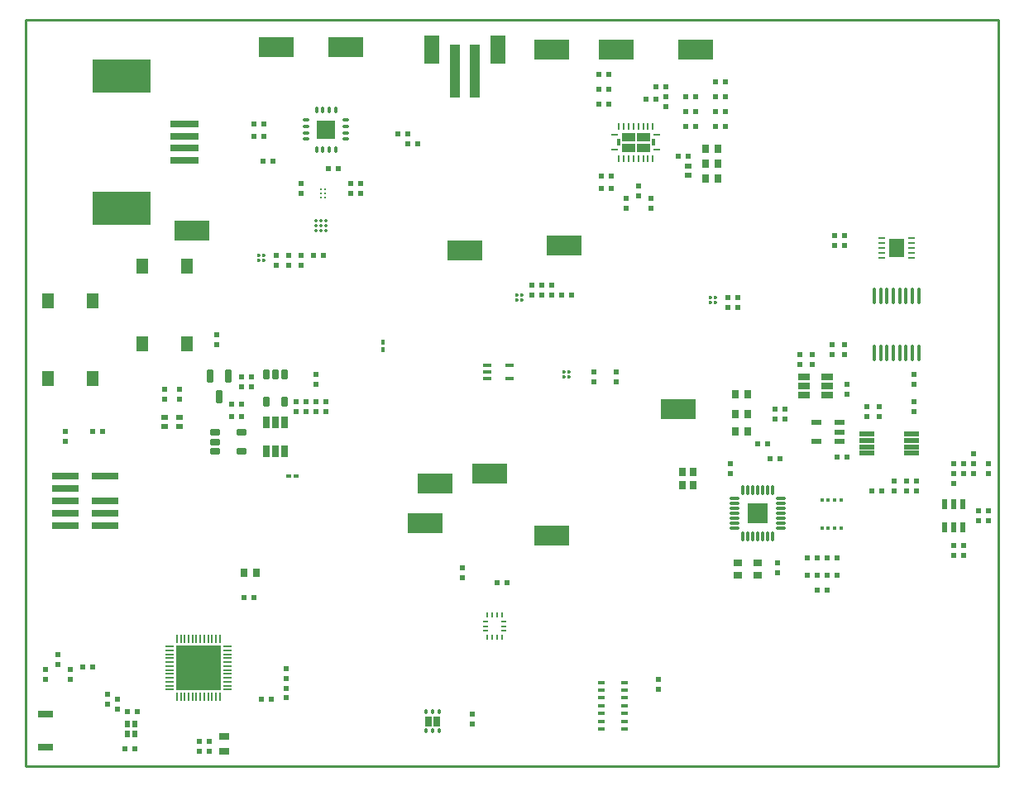
<source format=gtp>
G04*
G04 #@! TF.GenerationSoftware,Altium Limited,Altium Designer,20.1.14 (287)*
G04*
G04 Layer_Color=8421504*
%FSLAX25Y25*%
%MOIN*%
G70*
G04*
G04 #@! TF.SameCoordinates,DFD3654D-5228-4AA8-B9DD-6FAD7AD09D05*
G04*
G04*
G04 #@! TF.FilePolarity,Positive*
G04*
G01*
G75*
%ADD13C,0.01000*%
%ADD21R,0.02756X0.00984*%
%ADD22R,0.01169X0.03071*%
%ADD23R,0.05228X0.03610*%
%ADD24R,0.07480X0.07480*%
%ADD25R,0.02362X0.02362*%
%ADD26C,0.01417*%
%ADD27R,0.05906X0.07480*%
%ADD28O,0.01378X0.07284*%
%ADD29R,0.02362X0.02362*%
%ADD30R,0.02362X0.01968*%
G04:AMPARAMS|DCode=31|XSize=23.62mil|YSize=39.37mil|CornerRadius=2.01mil|HoleSize=0mil|Usage=FLASHONLY|Rotation=0.000|XOffset=0mil|YOffset=0mil|HoleType=Round|Shape=RoundedRectangle|*
%AMROUNDEDRECTD31*
21,1,0.02362,0.03535,0,0,0.0*
21,1,0.01961,0.03937,0,0,0.0*
1,1,0.00402,0.00980,-0.01768*
1,1,0.00402,-0.00980,-0.01768*
1,1,0.00402,-0.00980,0.01768*
1,1,0.00402,0.00980,0.01768*
%
%ADD31ROUNDEDRECTD31*%
G04:AMPARAMS|DCode=32|XSize=25.59mil|YSize=47.24mil|CornerRadius=1.92mil|HoleSize=0mil|Usage=FLASHONLY|Rotation=180.000|XOffset=0mil|YOffset=0mil|HoleType=Round|Shape=RoundedRectangle|*
%AMROUNDEDRECTD32*
21,1,0.02559,0.04341,0,0,180.0*
21,1,0.02175,0.04724,0,0,180.0*
1,1,0.00384,-0.01088,0.02170*
1,1,0.00384,0.01088,0.02170*
1,1,0.00384,0.01088,-0.02170*
1,1,0.00384,-0.01088,-0.02170*
%
%ADD32ROUNDEDRECTD32*%
%ADD33R,0.05118X0.06102*%
G04:AMPARAMS|DCode=34|XSize=23.62mil|YSize=39.37mil|CornerRadius=2.01mil|HoleSize=0mil|Usage=FLASHONLY|Rotation=90.000|XOffset=0mil|YOffset=0mil|HoleType=Round|Shape=RoundedRectangle|*
%AMROUNDEDRECTD34*
21,1,0.02362,0.03535,0,0,90.0*
21,1,0.01961,0.03937,0,0,90.0*
1,1,0.00402,0.01768,0.00980*
1,1,0.00402,0.01768,-0.00980*
1,1,0.00402,-0.01768,-0.00980*
1,1,0.00402,-0.01768,0.00980*
%
%ADD34ROUNDEDRECTD34*%
%ADD35R,0.04331X0.02362*%
%ADD36R,0.02362X0.04331*%
G04:AMPARAMS|DCode=37|XSize=51.18mil|YSize=23.62mil|CornerRadius=2.01mil|HoleSize=0mil|Usage=FLASHONLY|Rotation=270.000|XOffset=0mil|YOffset=0mil|HoleType=Round|Shape=RoundedRectangle|*
%AMROUNDEDRECTD37*
21,1,0.05118,0.01961,0,0,270.0*
21,1,0.04717,0.02362,0,0,270.0*
1,1,0.00402,-0.00980,-0.02358*
1,1,0.00402,-0.00980,0.02358*
1,1,0.00402,0.00980,0.02358*
1,1,0.00402,0.00980,-0.02358*
%
%ADD37ROUNDEDRECTD37*%
G04:AMPARAMS|DCode=38|XSize=17.72mil|YSize=61.02mil|CornerRadius=1.95mil|HoleSize=0mil|Usage=FLASHONLY|Rotation=270.000|XOffset=0mil|YOffset=0mil|HoleType=Round|Shape=RoundedRectangle|*
%AMROUNDEDRECTD38*
21,1,0.01772,0.05713,0,0,270.0*
21,1,0.01382,0.06102,0,0,270.0*
1,1,0.00390,-0.02856,-0.00691*
1,1,0.00390,-0.02856,0.00691*
1,1,0.00390,0.02856,0.00691*
1,1,0.00390,0.02856,-0.00691*
%
%ADD38ROUNDEDRECTD38*%
%ADD39R,0.05118X0.02756*%
%ADD40R,0.01968X0.02362*%
%ADD41R,0.14370X0.08071*%
%ADD42R,0.23779X0.13386*%
%ADD43R,0.11811X0.02756*%
%ADD44R,0.03150X0.03543*%
%ADD45R,0.01181X0.01772*%
%ADD46R,0.10984X0.02913*%
G04:AMPARAMS|DCode=47|XSize=9.45mil|YSize=23.62mil|CornerRadius=1.98mil|HoleSize=0mil|Usage=FLASHONLY|Rotation=0.000|XOffset=0mil|YOffset=0mil|HoleType=Round|Shape=RoundedRectangle|*
%AMROUNDEDRECTD47*
21,1,0.00945,0.01965,0,0,0.0*
21,1,0.00548,0.02362,0,0,0.0*
1,1,0.00397,0.00274,-0.00983*
1,1,0.00397,-0.00274,-0.00983*
1,1,0.00397,-0.00274,0.00983*
1,1,0.00397,0.00274,0.00983*
%
%ADD47ROUNDEDRECTD47*%
G04:AMPARAMS|DCode=48|XSize=9.45mil|YSize=23.62mil|CornerRadius=1.98mil|HoleSize=0mil|Usage=FLASHONLY|Rotation=270.000|XOffset=0mil|YOffset=0mil|HoleType=Round|Shape=RoundedRectangle|*
%AMROUNDEDRECTD48*
21,1,0.00945,0.01965,0,0,270.0*
21,1,0.00548,0.02362,0,0,270.0*
1,1,0.00397,-0.00983,-0.00274*
1,1,0.00397,-0.00983,0.00274*
1,1,0.00397,0.00983,0.00274*
1,1,0.00397,0.00983,-0.00274*
%
%ADD48ROUNDEDRECTD48*%
G04:AMPARAMS|DCode=49|XSize=17.72mil|YSize=11.81mil|CornerRadius=1.95mil|HoleSize=0mil|Usage=FLASHONLY|Rotation=90.000|XOffset=0mil|YOffset=0mil|HoleType=Round|Shape=RoundedRectangle|*
%AMROUNDEDRECTD49*
21,1,0.01772,0.00791,0,0,90.0*
21,1,0.01382,0.01181,0,0,90.0*
1,1,0.00390,0.00396,0.00691*
1,1,0.00390,0.00396,-0.00691*
1,1,0.00390,-0.00396,-0.00691*
1,1,0.00390,-0.00396,0.00691*
%
%ADD49ROUNDEDRECTD49*%
%ADD50O,0.03740X0.00787*%
%ADD51O,0.00787X0.03740*%
%ADD52R,0.18110X0.18110*%
%ADD53O,0.02953X0.01181*%
%ADD54O,0.01181X0.02953*%
%ADD55R,0.05906X0.02913*%
%ADD56R,0.03937X0.21654*%
%ADD57R,0.06299X0.11811*%
%ADD58R,0.02756X0.01968*%
%ADD59R,0.02953X0.03347*%
%ADD60R,0.02953X0.01378*%
G04:AMPARAMS|DCode=61|XSize=15.75mil|YSize=33.47mil|CornerRadius=1.97mil|HoleSize=0mil|Usage=FLASHONLY|Rotation=90.000|XOffset=0mil|YOffset=0mil|HoleType=Round|Shape=RoundedRectangle|*
%AMROUNDEDRECTD61*
21,1,0.01575,0.02953,0,0,90.0*
21,1,0.01181,0.03347,0,0,90.0*
1,1,0.00394,0.01476,0.00591*
1,1,0.00394,0.01476,-0.00591*
1,1,0.00394,-0.01476,-0.00591*
1,1,0.00394,-0.01476,0.00591*
%
%ADD61ROUNDEDRECTD61*%
G04:AMPARAMS|DCode=62|XSize=38.98mil|YSize=10.63mil|CornerRadius=1.33mil|HoleSize=0mil|Usage=FLASHONLY|Rotation=270.000|XOffset=0mil|YOffset=0mil|HoleType=Round|Shape=RoundedRectangle|*
%AMROUNDEDRECTD62*
21,1,0.03898,0.00797,0,0,270.0*
21,1,0.03632,0.01063,0,0,270.0*
1,1,0.00266,-0.00399,-0.01816*
1,1,0.00266,-0.00399,0.01816*
1,1,0.00266,0.00399,0.01816*
1,1,0.00266,0.00399,-0.01816*
%
%ADD62ROUNDEDRECTD62*%
G04:AMPARAMS|DCode=63|XSize=38.98mil|YSize=10.63mil|CornerRadius=1.33mil|HoleSize=0mil|Usage=FLASHONLY|Rotation=180.000|XOffset=0mil|YOffset=0mil|HoleType=Round|Shape=RoundedRectangle|*
%AMROUNDEDRECTD63*
21,1,0.03898,0.00797,0,0,180.0*
21,1,0.03632,0.01063,0,0,180.0*
1,1,0.00266,-0.01816,0.00399*
1,1,0.00266,0.01816,0.00399*
1,1,0.00266,0.01816,-0.00399*
1,1,0.00266,-0.01816,-0.00399*
%
%ADD63ROUNDEDRECTD63*%
%ADD64R,0.03347X0.02953*%
%ADD65C,0.00906*%
%ADD66R,0.01772X0.01968*%
%ADD67R,0.01968X0.01772*%
%ADD68C,0.01358*%
%ADD69R,0.04000X0.02500*%
%ADD70R,0.02362X0.02756*%
%ADD71R,0.00984X0.01870*%
%ADD72R,0.01870X0.00984*%
G36*
X160850Y19772D02*
Y19811D01*
X160880Y19883D01*
X160936Y19939D01*
X161008Y19969D01*
X161047D01*
D01*
X163409D01*
X163449D01*
X163521Y19939D01*
X163576Y19883D01*
X163606Y19811D01*
Y19772D01*
D01*
Y16228D01*
Y16189D01*
X163576Y16117D01*
X163521Y16061D01*
X163449Y16032D01*
X163409D01*
D01*
X161047D01*
X161008D01*
X160936Y16061D01*
X160880Y16117D01*
X160850Y16189D01*
Y16228D01*
D01*
Y19772D01*
D02*
G37*
G36*
X164591Y16032D02*
X164551D01*
X164479Y16061D01*
X164424Y16117D01*
X164394Y16189D01*
Y16228D01*
D01*
Y19772D01*
Y19811D01*
X164424Y19883D01*
X164479Y19939D01*
X164551Y19969D01*
X164591D01*
D01*
X166953D01*
X166992D01*
X167064Y19939D01*
X167120Y19883D01*
X167150Y19811D01*
Y19772D01*
D01*
Y16228D01*
Y16189D01*
X167120Y16117D01*
X167064Y16061D01*
X166992Y16032D01*
X166953D01*
D01*
X164591D01*
D02*
G37*
G36*
X290945Y106055D02*
X299055D01*
Y97945D01*
X290945D01*
Y106055D01*
D02*
G37*
D13*
X0Y0D02*
X392000D01*
Y301000D01*
X0D02*
X392000D01*
X0Y0D02*
Y301000D01*
D21*
X344898Y212937D02*
D03*
Y210968D02*
D03*
Y209000D02*
D03*
Y207031D02*
D03*
Y205063D02*
D03*
X357102Y212937D02*
D03*
Y210968D02*
D03*
Y209000D02*
D03*
Y207031D02*
D03*
Y205063D02*
D03*
D22*
X252883Y251504D02*
D03*
X238895D02*
D03*
D23*
X242881Y253702D02*
D03*
Y249305D02*
D03*
X248897D02*
D03*
Y253702D02*
D03*
D24*
X121029Y256720D02*
D03*
D25*
X382000Y122000D02*
D03*
Y125937D02*
D03*
X326000Y213937D02*
D03*
Y210000D02*
D03*
X330000Y213937D02*
D03*
Y210000D02*
D03*
X77000Y173937D02*
D03*
Y170000D02*
D03*
X117000Y143000D02*
D03*
Y146937D02*
D03*
X121000Y146968D02*
D03*
Y143032D02*
D03*
X330000Y166000D02*
D03*
Y169937D02*
D03*
X325000Y166000D02*
D03*
Y169937D02*
D03*
X331000Y150031D02*
D03*
Y153969D02*
D03*
X344000Y141000D02*
D03*
Y144937D02*
D03*
X339000Y141000D02*
D03*
Y144937D02*
D03*
X312000Y166000D02*
D03*
Y162063D02*
D03*
X317000Y166000D02*
D03*
Y162063D02*
D03*
X374000Y117968D02*
D03*
Y114032D02*
D03*
X204000Y193968D02*
D03*
Y190032D02*
D03*
X208000Y193968D02*
D03*
Y190032D02*
D03*
X212000D02*
D03*
Y193968D02*
D03*
X111000Y202063D02*
D03*
Y206000D02*
D03*
X106000D02*
D03*
Y202063D02*
D03*
X101000Y206000D02*
D03*
Y202063D02*
D03*
X284000Y118000D02*
D03*
Y121937D02*
D03*
X247000Y233937D02*
D03*
Y230000D02*
D03*
X242000Y228969D02*
D03*
Y225031D02*
D03*
X252000Y228937D02*
D03*
Y225000D02*
D03*
X287000Y188969D02*
D03*
Y185031D02*
D03*
X283000D02*
D03*
Y188969D02*
D03*
X109000Y143095D02*
D03*
Y147031D02*
D03*
X113000Y147000D02*
D03*
Y143063D02*
D03*
X238000Y159000D02*
D03*
Y155063D02*
D03*
X229000D02*
D03*
Y159000D02*
D03*
X303000Y78063D02*
D03*
Y82000D02*
D03*
X16000Y134937D02*
D03*
Y131000D02*
D03*
X33000Y25000D02*
D03*
Y28937D02*
D03*
X70000Y10000D02*
D03*
Y6063D02*
D03*
X74000D02*
D03*
Y10000D02*
D03*
X105000Y35386D02*
D03*
Y39323D02*
D03*
Y31386D02*
D03*
Y27449D02*
D03*
X37000Y23031D02*
D03*
Y26969D02*
D03*
X8000Y35032D02*
D03*
Y38969D02*
D03*
X13000Y41000D02*
D03*
Y44937D02*
D03*
X18000Y35032D02*
D03*
Y38969D02*
D03*
D26*
X198031Y190000D02*
D03*
X200000D02*
D03*
X198031Y188031D02*
D03*
X200000D02*
D03*
X94016Y205984D02*
D03*
X95984D02*
D03*
X94016Y204016D02*
D03*
X95984D02*
D03*
X276016Y188984D02*
D03*
X277984D02*
D03*
X276016Y187016D02*
D03*
X277984D02*
D03*
X217000Y158968D02*
D03*
X218969D02*
D03*
X217000Y157000D02*
D03*
X218969D02*
D03*
D27*
X351000Y209000D02*
D03*
D28*
X342043Y166484D02*
D03*
X344602D02*
D03*
X347161D02*
D03*
X349721D02*
D03*
X352279D02*
D03*
X354839D02*
D03*
X357398D02*
D03*
X359957D02*
D03*
X342043Y189516D02*
D03*
X344602D02*
D03*
X347161D02*
D03*
X349721D02*
D03*
X352279D02*
D03*
X354839D02*
D03*
X357398D02*
D03*
X359957D02*
D03*
D29*
X377969Y85000D02*
D03*
X374031D02*
D03*
X377937Y89000D02*
D03*
X374000D02*
D03*
X87000Y153000D02*
D03*
X90937D02*
D03*
Y157000D02*
D03*
X87000D02*
D03*
Y146000D02*
D03*
X83063D02*
D03*
X83031Y141000D02*
D03*
X86968D02*
D03*
X359000Y111000D02*
D03*
X355063D02*
D03*
X378000Y122000D02*
D03*
X374063D02*
D03*
X219969Y190000D02*
D03*
X216032D02*
D03*
X116000Y206000D02*
D03*
X119937D02*
D03*
X282063Y264000D02*
D03*
X278126D02*
D03*
X282063Y258000D02*
D03*
X278126D02*
D03*
X282063Y270000D02*
D03*
X278126D02*
D03*
X282063Y276000D02*
D03*
X278126D02*
D03*
X266126Y258000D02*
D03*
X270063D02*
D03*
X266094Y264000D02*
D03*
X270031D02*
D03*
X266063Y270000D02*
D03*
X270000D02*
D03*
X88000Y68000D02*
D03*
X91937D02*
D03*
X236000Y233000D02*
D03*
X232063D02*
D03*
X236000Y238000D02*
D03*
X232063D02*
D03*
X235000Y279000D02*
D03*
X231063D02*
D03*
X235000Y273000D02*
D03*
X231063D02*
D03*
X234937Y267000D02*
D03*
X231000D02*
D03*
X323000Y84000D02*
D03*
X326937D02*
D03*
X315032D02*
D03*
X318969D02*
D03*
X300031Y124000D02*
D03*
X303969D02*
D03*
X295000Y130000D02*
D03*
X298937D02*
D03*
X319000Y71000D02*
D03*
X322937D02*
D03*
X99761Y244060D02*
D03*
X95824D02*
D03*
X98937Y27000D02*
D03*
X95000D02*
D03*
X44937Y21937D02*
D03*
X41000D02*
D03*
X40063Y6937D02*
D03*
X44000D02*
D03*
X23000Y40000D02*
D03*
X26937D02*
D03*
D30*
X117000Y158000D02*
D03*
Y154063D02*
D03*
X302000Y140000D02*
D03*
Y143937D02*
D03*
X388000Y121937D02*
D03*
Y118000D02*
D03*
X111000Y231000D02*
D03*
Y234937D02*
D03*
X306000Y139937D02*
D03*
Y143874D02*
D03*
X180000Y17000D02*
D03*
Y20937D02*
D03*
X255000Y34937D02*
D03*
Y31000D02*
D03*
X358000Y158000D02*
D03*
Y154063D02*
D03*
X350000Y115000D02*
D03*
Y111063D02*
D03*
X388000Y99063D02*
D03*
Y103000D02*
D03*
X258000Y269937D02*
D03*
Y266000D02*
D03*
X358000Y143000D02*
D03*
Y146937D02*
D03*
X384000Y99063D02*
D03*
Y103000D02*
D03*
X56000Y151969D02*
D03*
Y148031D02*
D03*
X62000Y148063D02*
D03*
Y152000D02*
D03*
X176000Y76063D02*
D03*
Y80000D02*
D03*
D31*
X104480Y147000D02*
D03*
X97000D02*
D03*
Y157827D02*
D03*
X100740D02*
D03*
X104480D02*
D03*
D32*
X97000Y138614D02*
D03*
X100740D02*
D03*
X104480D02*
D03*
Y127000D02*
D03*
X100740D02*
D03*
X97000D02*
D03*
D33*
X47142Y201650D02*
D03*
X64858D02*
D03*
Y170350D02*
D03*
X47142D02*
D03*
X9142Y187650D02*
D03*
X26858D02*
D03*
Y156350D02*
D03*
X9142D02*
D03*
D34*
X76173Y134480D02*
D03*
Y130740D02*
D03*
Y127000D02*
D03*
X87000D02*
D03*
Y134480D02*
D03*
D35*
X318551Y131000D02*
D03*
Y138480D02*
D03*
X328000D02*
D03*
Y134740D02*
D03*
Y131000D02*
D03*
D36*
X377740Y105724D02*
D03*
X374000D02*
D03*
X370260D02*
D03*
Y96276D02*
D03*
X374000D02*
D03*
X377740D02*
D03*
D37*
X78000Y149000D02*
D03*
X74260Y157268D02*
D03*
X81740D02*
D03*
D38*
X338846Y133839D02*
D03*
Y131280D02*
D03*
Y128720D02*
D03*
Y126161D02*
D03*
X357154Y133839D02*
D03*
Y131280D02*
D03*
Y128720D02*
D03*
Y126161D02*
D03*
D39*
X313551Y149520D02*
D03*
Y153260D02*
D03*
Y157000D02*
D03*
X323000D02*
D03*
Y153260D02*
D03*
Y149520D02*
D03*
D40*
X355000Y115000D02*
D03*
X358937D02*
D03*
X378063Y118000D02*
D03*
X382000D02*
D03*
X122063Y241000D02*
D03*
X126000D02*
D03*
X327063Y124500D02*
D03*
X331000D02*
D03*
X154000Y255000D02*
D03*
X150063D02*
D03*
X253969Y269000D02*
D03*
X250031D02*
D03*
X263063Y246000D02*
D03*
X267000D02*
D03*
X257937Y274000D02*
D03*
X254000D02*
D03*
X154032Y251000D02*
D03*
X157968D02*
D03*
X341063Y111000D02*
D03*
X345000D02*
D03*
X323000Y77000D02*
D03*
X326937D02*
D03*
X318969D02*
D03*
X315032D02*
D03*
X131000Y235000D02*
D03*
X134937D02*
D03*
X131000Y231000D02*
D03*
X134937D02*
D03*
X30937Y135000D02*
D03*
X27000D02*
D03*
X92000Y259000D02*
D03*
X95937D02*
D03*
X92000Y254000D02*
D03*
X95937D02*
D03*
X193937Y74000D02*
D03*
X190000D02*
D03*
D41*
X67000Y216000D02*
D03*
X187000Y118000D02*
D03*
X161000Y98000D02*
D03*
X212000Y93000D02*
D03*
X101000Y290000D02*
D03*
X129000D02*
D03*
X212000Y289000D02*
D03*
X238000D02*
D03*
X270000D02*
D03*
X263000Y144000D02*
D03*
X165000Y114000D02*
D03*
X177000Y208000D02*
D03*
X217000Y210000D02*
D03*
D42*
X38803Y278390D02*
D03*
Y224847D02*
D03*
D43*
X64000Y244236D02*
D03*
Y259000D02*
D03*
Y249158D02*
D03*
Y254079D02*
D03*
D44*
X269165Y118756D02*
D03*
Y113244D02*
D03*
X264835D02*
D03*
Y118756D02*
D03*
D45*
X326000Y96000D02*
D03*
X320882D02*
D03*
X323441D02*
D03*
X328559D02*
D03*
X326000Y107339D02*
D03*
X323441D02*
D03*
X320882D02*
D03*
X328559D02*
D03*
D46*
X15976Y117000D02*
D03*
Y112000D02*
D03*
Y107000D02*
D03*
Y102000D02*
D03*
Y97000D02*
D03*
X32000Y117000D02*
D03*
Y107000D02*
D03*
Y102000D02*
D03*
Y97000D02*
D03*
D47*
X239000Y245008D02*
D03*
X240968D02*
D03*
X242937D02*
D03*
X244905D02*
D03*
X246874D02*
D03*
X248842D02*
D03*
X250811D02*
D03*
X252779D02*
D03*
Y258000D02*
D03*
X250811D02*
D03*
X248842D02*
D03*
X246874D02*
D03*
X244905D02*
D03*
X242937D02*
D03*
X240968D02*
D03*
X239000D02*
D03*
D48*
X254354Y248551D02*
D03*
Y254457D02*
D03*
X237425D02*
D03*
Y248551D02*
D03*
D49*
X161441Y21839D02*
D03*
X164000D02*
D03*
X166559D02*
D03*
Y14161D02*
D03*
X164000D02*
D03*
X161441D02*
D03*
D50*
X58000Y37150D02*
D03*
Y35575D02*
D03*
Y34000D02*
D03*
Y32425D02*
D03*
Y45024D02*
D03*
Y43449D02*
D03*
Y41874D02*
D03*
Y40299D02*
D03*
Y48173D02*
D03*
X81228Y32425D02*
D03*
Y34000D02*
D03*
Y35575D02*
D03*
Y37150D02*
D03*
Y40299D02*
D03*
Y41874D02*
D03*
Y43449D02*
D03*
Y45024D02*
D03*
Y48173D02*
D03*
X58000Y30850D02*
D03*
Y46598D02*
D03*
Y38724D02*
D03*
X81228Y30850D02*
D03*
Y38724D02*
D03*
Y46598D02*
D03*
D51*
X62528Y27898D02*
D03*
X64102D02*
D03*
X65677D02*
D03*
X67252D02*
D03*
Y51126D02*
D03*
X65677D02*
D03*
X64102D02*
D03*
X62528D02*
D03*
X70402Y27898D02*
D03*
X71976D02*
D03*
X73551D02*
D03*
X75126D02*
D03*
Y51126D02*
D03*
X73551D02*
D03*
X71976D02*
D03*
X70402D02*
D03*
X78276Y27898D02*
D03*
Y51126D02*
D03*
X60953Y27898D02*
D03*
Y51126D02*
D03*
X68827Y27898D02*
D03*
X76701D02*
D03*
Y51126D02*
D03*
X68827D02*
D03*
D52*
X69614Y39512D02*
D03*
D53*
X129000Y260559D02*
D03*
Y258000D02*
D03*
Y255441D02*
D03*
Y252882D02*
D03*
X113055D02*
D03*
Y255441D02*
D03*
Y258000D02*
D03*
Y260559D02*
D03*
D54*
X124866Y248748D02*
D03*
X122307D02*
D03*
X119748D02*
D03*
X117189D02*
D03*
Y264693D02*
D03*
X119748D02*
D03*
X122307D02*
D03*
X124866D02*
D03*
D55*
X8000Y7590D02*
D03*
Y21000D02*
D03*
D56*
X180937Y280142D02*
D03*
X173063D02*
D03*
D57*
X190386Y289000D02*
D03*
X163614D02*
D03*
D58*
X267000Y242000D02*
D03*
Y238260D02*
D03*
X62000Y140740D02*
D03*
Y137000D02*
D03*
X56000Y140740D02*
D03*
Y137000D02*
D03*
D59*
X274079Y237000D02*
D03*
X279000D02*
D03*
X274079Y243000D02*
D03*
X279000D02*
D03*
X274079Y249000D02*
D03*
X279000D02*
D03*
X92921Y78000D02*
D03*
X88000D02*
D03*
X286079Y135000D02*
D03*
X291000D02*
D03*
X286079Y142000D02*
D03*
X291000D02*
D03*
X286079Y150000D02*
D03*
X291000D02*
D03*
D60*
X241449Y33748D02*
D03*
Y30598D02*
D03*
Y27449D02*
D03*
Y24299D02*
D03*
Y21150D02*
D03*
Y18000D02*
D03*
Y14850D02*
D03*
X232000D02*
D03*
Y18000D02*
D03*
Y21150D02*
D03*
Y24299D02*
D03*
Y27449D02*
D03*
Y30598D02*
D03*
Y33748D02*
D03*
D61*
X194858Y161559D02*
D03*
Y156441D02*
D03*
X186000D02*
D03*
Y159000D02*
D03*
Y161559D02*
D03*
D62*
X300905Y111291D02*
D03*
X298937D02*
D03*
X296969D02*
D03*
X295000D02*
D03*
X293032D02*
D03*
X291063D02*
D03*
X289094D02*
D03*
Y92709D02*
D03*
X291063D02*
D03*
X293032D02*
D03*
X295000D02*
D03*
X296969D02*
D03*
X298937D02*
D03*
X300905D02*
D03*
D63*
X304291Y96095D02*
D03*
Y98063D02*
D03*
Y100031D02*
D03*
Y102000D02*
D03*
Y103969D02*
D03*
Y105937D02*
D03*
Y107905D02*
D03*
X285709D02*
D03*
Y105937D02*
D03*
Y103969D02*
D03*
Y102000D02*
D03*
Y100031D02*
D03*
Y98063D02*
D03*
Y96095D02*
D03*
D64*
X287000Y82000D02*
D03*
Y77079D02*
D03*
X295000Y82000D02*
D03*
Y77079D02*
D03*
D65*
X120653Y229425D02*
D03*
X119000D02*
D03*
X120653Y231000D02*
D03*
X119000D02*
D03*
Y232575D02*
D03*
X120653D02*
D03*
D66*
X144000Y171000D02*
D03*
Y168047D02*
D03*
D67*
X108953Y117000D02*
D03*
X106000D02*
D03*
D68*
X117000Y219937D02*
D03*
X118968D02*
D03*
X120937D02*
D03*
X117000Y217969D02*
D03*
Y216000D02*
D03*
X118968Y217969D02*
D03*
X120937D02*
D03*
X118968Y216000D02*
D03*
X120937D02*
D03*
D69*
X80000Y12000D02*
D03*
Y6000D02*
D03*
D70*
X44150Y13000D02*
D03*
Y16937D02*
D03*
X41000D02*
D03*
Y13000D02*
D03*
D71*
X186094Y51846D02*
D03*
X188063D02*
D03*
X190032D02*
D03*
X192000D02*
D03*
Y61000D02*
D03*
X190032D02*
D03*
X188063D02*
D03*
X186094D02*
D03*
D72*
X192640Y54455D02*
D03*
Y56423D02*
D03*
Y58392D02*
D03*
X185455D02*
D03*
Y56423D02*
D03*
Y54455D02*
D03*
M02*

</source>
